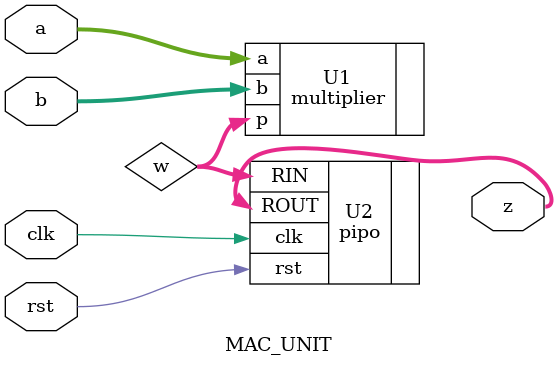
<source format=v>
`timescale 1ns / 1ps


module MAC_UNIT (
    input clk, rst,
    input [2:0] a, b,
    output [5:0] z
);

wire [5:0] w;
multiplier U1 (
    .a(a),
    .b(b),
    .p(w)
);

pipo U2 (
    .RIN(w),
    .clk(clk),
    .rst(rst),
    .ROUT(z)
);

endmodule

</source>
